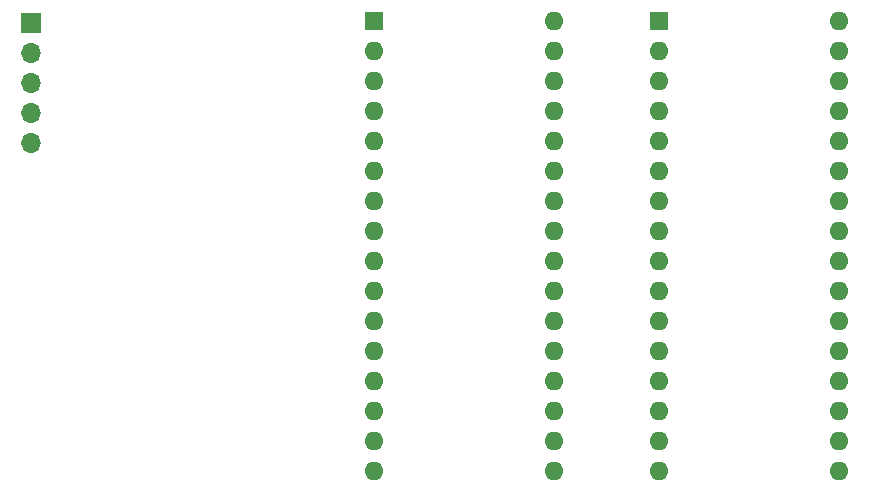
<source format=gbs>
G04 #@! TF.GenerationSoftware,KiCad,Pcbnew,8.0.0*
G04 #@! TF.CreationDate,2024-03-01T08:43:17-05:00*
G04 #@! TF.ProjectId,Rosco-MiniHat-4Mb,526f7363-6f2d-44d6-996e-694861742d34,rev?*
G04 #@! TF.SameCoordinates,Original*
G04 #@! TF.FileFunction,Soldermask,Bot*
G04 #@! TF.FilePolarity,Negative*
%FSLAX46Y46*%
G04 Gerber Fmt 4.6, Leading zero omitted, Abs format (unit mm)*
G04 Created by KiCad (PCBNEW 8.0.0) date 2024-03-01 08:43:17*
%MOMM*%
%LPD*%
G01*
G04 APERTURE LIST*
%ADD10R,1.700000X1.700000*%
%ADD11O,1.700000X1.700000*%
%ADD12R,1.600000X1.600000*%
%ADD13O,1.600000X1.600000*%
G04 APERTURE END LIST*
D10*
X58638000Y-52550000D03*
D11*
X58638000Y-55090000D03*
X58638000Y-57630000D03*
X58638000Y-60170000D03*
X58638000Y-62710000D03*
D12*
X111867000Y-52387000D03*
D13*
X111867000Y-54927000D03*
X111867000Y-57467000D03*
X111867000Y-60007000D03*
X111867000Y-62547000D03*
X111867000Y-65087000D03*
X111867000Y-67627000D03*
X111867000Y-70167000D03*
X111867000Y-72707000D03*
X111867000Y-75247000D03*
X111867000Y-77787000D03*
X111867000Y-80327000D03*
X111867000Y-82867000D03*
X111867000Y-85407000D03*
X111867000Y-87947000D03*
X111867000Y-90487000D03*
X127107000Y-90487000D03*
X127107000Y-87947000D03*
X127107000Y-85407000D03*
X127107000Y-82867000D03*
X127107000Y-80327000D03*
X127107000Y-77787000D03*
X127107000Y-75247000D03*
X127107000Y-72707000D03*
X127107000Y-70167000D03*
X127107000Y-67627000D03*
X127107000Y-65087000D03*
X127107000Y-62547000D03*
X127107000Y-60007000D03*
X127107000Y-57467000D03*
X127107000Y-54927000D03*
X127107000Y-52387000D03*
D12*
X87667000Y-52387000D03*
D13*
X87667000Y-54927000D03*
X87667000Y-57467000D03*
X87667000Y-60007000D03*
X87667000Y-62547000D03*
X87667000Y-65087000D03*
X87667000Y-67627000D03*
X87667000Y-70167000D03*
X87667000Y-72707000D03*
X87667000Y-75247000D03*
X87667000Y-77787000D03*
X87667000Y-80327000D03*
X87667000Y-82867000D03*
X87667000Y-85407000D03*
X87667000Y-87947000D03*
X87667000Y-90487000D03*
X102907000Y-90487000D03*
X102907000Y-87947000D03*
X102907000Y-85407000D03*
X102907000Y-82867000D03*
X102907000Y-80327000D03*
X102907000Y-77787000D03*
X102907000Y-75247000D03*
X102907000Y-72707000D03*
X102907000Y-70167000D03*
X102907000Y-67627000D03*
X102907000Y-65087000D03*
X102907000Y-62547000D03*
X102907000Y-60007000D03*
X102907000Y-57467000D03*
X102907000Y-54927000D03*
X102907000Y-52387000D03*
M02*

</source>
